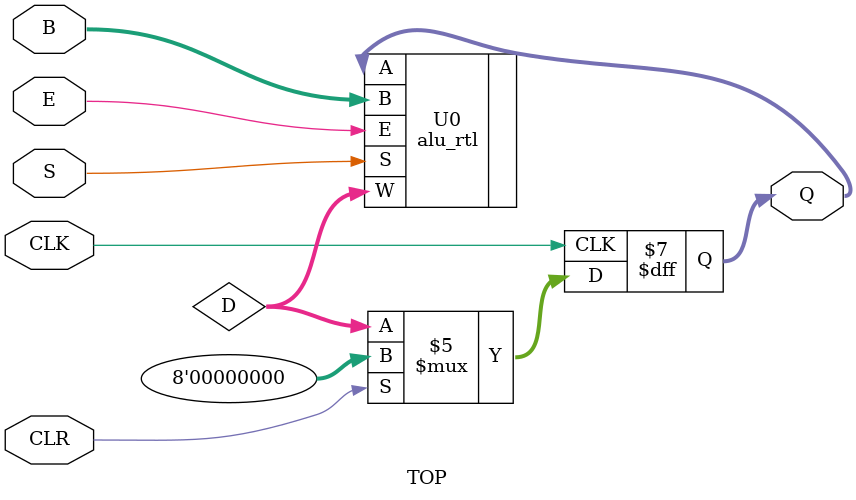
<source format=v>
`include "alu_rtl.v"

module TOP(B, S, E, CLK, CLR, Q);
    
    input CLK,CLR,S,E;
    input [7:0]B;

    output reg[7:0] Q = 0;

    wire [7:0]D;

    alu_rtl U0(.A(Q), .B(B) , .S(S), .E(E), .W(D));

    always@(negedge CLK)begin
        if (CLR == 1'b1)begin
            Q <= 8'd0;
        end
        else begin
            Q <= D;
        end
    end
endmodule

</source>
